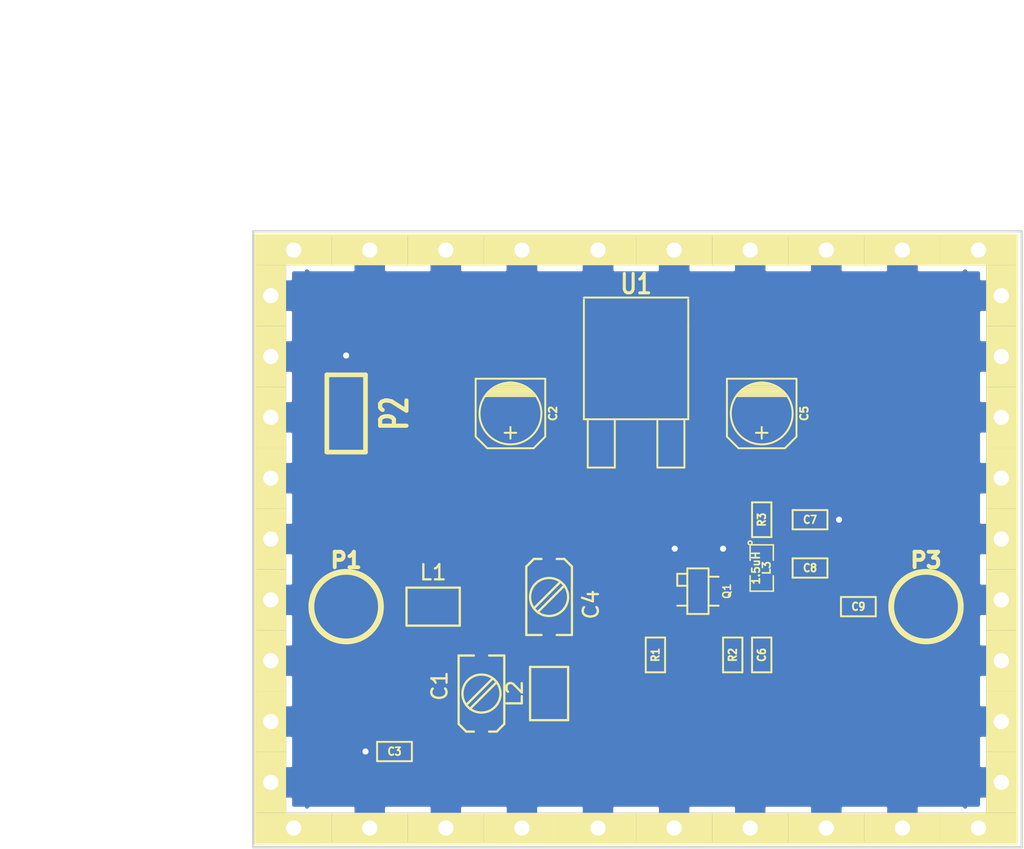
<source format=kicad_pcb>
(kicad_pcb (version 4) (host pcbnew 4.0.6)

  (general
    (links 67)
    (no_connects 20)
    (area 95.150001 67.3 162.575001 122.575001)
    (thickness 1.6)
    (drawings 7)
    (tracks 84)
    (zones 0)
    (modules 21)
    (nets 13)
  )

  (page A4)
  (layers
    (0 F.Cu signal)
    (31 B.Cu signal)
    (32 B.Adhes user)
    (33 F.Adhes user)
    (34 B.Paste user)
    (35 F.Paste user)
    (36 B.SilkS user)
    (37 F.SilkS user)
    (38 B.Mask user)
    (39 F.Mask user)
    (40 Dwgs.User user)
    (41 Cmts.User user)
    (42 Eco1.User user)
    (43 Eco2.User user)
    (44 Edge.Cuts user)
    (45 Margin user)
    (46 B.CrtYd user)
    (47 F.CrtYd user)
    (48 B.Fab user)
    (49 F.Fab user)
  )

  (setup
    (last_trace_width 0.25)
    (user_trace_width 0.5)
    (user_trace_width 0.75)
    (user_trace_width 1)
    (user_trace_width 1.5)
    (user_trace_width 2.185)
    (trace_clearance 0.2)
    (zone_clearance 0.4)
    (zone_45_only no)
    (trace_min 0.2)
    (segment_width 0.2)
    (edge_width 0.15)
    (via_size 0.6)
    (via_drill 0.4)
    (via_min_size 0.6)
    (via_min_drill 0.2)
    (user_via 0.6 0.2)
    (uvia_size 0.3)
    (uvia_drill 0.1)
    (uvias_allowed no)
    (uvia_min_size 0.2)
    (uvia_min_drill 0.1)
    (pcb_text_width 0.3)
    (pcb_text_size 1.5 1.5)
    (mod_edge_width 0.15)
    (mod_text_size 1 1)
    (mod_text_width 0.15)
    (pad_size 2 2)
    (pad_drill 0)
    (pad_to_mask_clearance 0.2)
    (aux_axis_origin 0 0)
    (visible_elements FFFFFF7F)
    (pcbplotparams
      (layerselection 0x00030_80000001)
      (usegerberextensions false)
      (excludeedgelayer true)
      (linewidth 0.100000)
      (plotframeref false)
      (viasonmask false)
      (mode 1)
      (useauxorigin false)
      (hpglpennumber 1)
      (hpglpenspeed 20)
      (hpglpendiameter 15)
      (hpglpenoverlay 2)
      (psnegative false)
      (psa4output false)
      (plotreference true)
      (plotvalue true)
      (plotinvisibletext false)
      (padsonsilk false)
      (subtractmaskfromsilk false)
      (outputformat 1)
      (mirror false)
      (drillshape 0)
      (scaleselection 1)
      (outputdirectory gerber/))
  )

  (net 0 "")
  (net 1 "Net-(C1-Pad2)")
  (net 2 "Net-(C1-Pad1)")
  (net 3 "Net-(C2-Pad1)")
  (net 4 GND)
  (net 5 "Net-(C4-Pad1)")
  (net 6 VCC)
  (net 7 "Net-(C6-Pad1)")
  (net 8 "Net-(C6-Pad2)")
  (net 9 "Net-(C8-Pad2)")
  (net 10 "Net-(C9-Pad1)")
  (net 11 "Net-(C4-Pad2)")
  (net 12 "Net-(L1-Pad1)")

  (net_class Default "This is the default net class."
    (clearance 0.2)
    (trace_width 0.25)
    (via_dia 0.6)
    (via_drill 0.4)
    (uvia_dia 0.3)
    (uvia_drill 0.1)
    (add_net GND)
    (add_net "Net-(C1-Pad1)")
    (add_net "Net-(C1-Pad2)")
    (add_net "Net-(C2-Pad1)")
    (add_net "Net-(C4-Pad1)")
    (add_net "Net-(C4-Pad2)")
    (add_net "Net-(C6-Pad1)")
    (add_net "Net-(C6-Pad2)")
    (add_net "Net-(C8-Pad2)")
    (add_net "Net-(C9-Pad1)")
    (add_net "Net-(L1-Pad1)")
    (add_net VCC)
  )

  (module rfshield:Shield (layer F.Cu) (tedit 56AF1154) (tstamp 56AE8775)
    (at 137.16 102.235)
    (path /56AE7F5C)
    (fp_text reference P4 (at 0 0.5) (layer F.SilkS) hide
      (effects (font (size 1 1) (thickness 0.15)))
    )
    (fp_text value CONN_1 (at -38.735 -1.27) (layer F.Fab) hide
      (effects (font (size 1 1) (thickness 0.15)))
    )
    (fp_line (start -25 -20) (end 25 -20) (layer F.SilkS) (width 0.15))
    (fp_line (start 25 -20) (end 25 20) (layer F.SilkS) (width 0.15))
    (fp_line (start 25 20) (end -25 20) (layer F.SilkS) (width 0.15))
    (fp_line (start -25 20) (end -25 -20) (layer F.SilkS) (width 0.15))
    (pad 1 thru_hole rect (at 24 -16) (size 2 4) (drill 1) (layers *.Cu *.Mask F.SilkS)
      (net 4 GND))
    (pad 1 thru_hole rect (at 24 -12) (size 2 4) (drill 1) (layers *.Cu *.Mask F.SilkS)
      (net 4 GND))
    (pad 1 thru_hole rect (at 24 -8) (size 2 4) (drill 1) (layers *.Cu *.Mask F.SilkS)
      (net 4 GND))
    (pad 1 thru_hole rect (at 24 -4) (size 2 4) (drill 1) (layers *.Cu *.Mask F.SilkS)
      (net 4 GND))
    (pad 1 thru_hole rect (at 24 0) (size 2 4) (drill 1) (layers *.Cu *.Mask F.SilkS)
      (net 4 GND))
    (pad 1 thru_hole rect (at 24 4) (size 2 4) (drill 1) (layers *.Cu *.Mask F.SilkS)
      (net 4 GND))
    (pad 1 thru_hole rect (at 24 8) (size 2 4) (drill 1) (layers *.Cu *.Mask F.SilkS)
      (net 4 GND))
    (pad 1 thru_hole rect (at 24 12) (size 2 4) (drill 1) (layers *.Cu *.Mask F.SilkS)
      (net 4 GND))
    (pad 1 thru_hole rect (at 24 16) (size 2 4) (drill 1) (layers *.Cu *.Mask F.SilkS)
      (net 4 GND))
    (pad 1 thru_hole rect (at -24 16) (size 2 4) (drill 1) (layers *.Cu *.Mask F.SilkS)
      (net 4 GND))
    (pad 1 thru_hole rect (at -24 12) (size 2 4) (drill 1) (layers *.Cu *.Mask F.SilkS)
      (net 4 GND))
    (pad 1 thru_hole rect (at -24 8) (size 2 4) (drill 1) (layers *.Cu *.Mask F.SilkS)
      (net 4 GND))
    (pad 1 thru_hole rect (at -24 4) (size 2 4) (drill 1) (layers *.Cu *.Mask F.SilkS)
      (net 4 GND))
    (pad 1 thru_hole rect (at -24 0) (size 2 4) (drill 1) (layers *.Cu *.Mask F.SilkS)
      (net 4 GND))
    (pad 1 thru_hole rect (at -24 -4) (size 2 4) (drill 1) (layers *.Cu *.Mask F.SilkS)
      (net 4 GND))
    (pad 1 thru_hole rect (at -24 -8) (size 2 4) (drill 1) (layers *.Cu *.Mask F.SilkS)
      (net 4 GND))
    (pad 1 thru_hole rect (at -24 -12) (size 2 4) (drill 1) (layers *.Cu *.Mask F.SilkS)
      (net 4 GND))
    (pad 1 thru_hole rect (at -22.5 19) (size 5 2) (drill 1) (layers *.Cu *.Mask F.SilkS)
      (net 4 GND))
    (pad 1 thru_hole rect (at -17.5 19) (size 5 2) (drill 1) (layers *.Cu *.Mask F.SilkS)
      (net 4 GND))
    (pad 1 thru_hole rect (at -12.5 19) (size 5 2) (drill 1) (layers *.Cu *.Mask F.SilkS)
      (net 4 GND))
    (pad 1 thru_hole rect (at -7.5 19) (size 5 2) (drill 1) (layers *.Cu *.Mask F.SilkS)
      (net 4 GND))
    (pad 1 thru_hole rect (at -2.5 19) (size 5 2) (drill 1) (layers *.Cu *.Mask F.SilkS)
      (net 4 GND))
    (pad 1 thru_hole rect (at 2.5 19) (size 5 2) (drill 1) (layers *.Cu *.Mask F.SilkS)
      (net 4 GND))
    (pad 1 thru_hole rect (at 7.5 19) (size 5 2) (drill 1) (layers *.Cu *.Mask F.SilkS)
      (net 4 GND))
    (pad 1 thru_hole rect (at 12.5 19) (size 5 2) (drill 1) (layers *.Cu *.Mask F.SilkS)
      (net 4 GND))
    (pad 1 thru_hole rect (at 17.5 19) (size 5 2) (drill 1) (layers *.Cu *.Mask F.SilkS)
      (net 4 GND))
    (pad 1 thru_hole rect (at 22.5 19) (size 5 2) (drill 1) (layers *.Cu *.Mask F.SilkS)
      (net 4 GND))
    (pad 1 thru_hole rect (at 22.5 -19) (size 5 2) (drill 1) (layers *.Cu *.Mask F.SilkS)
      (net 4 GND))
    (pad 1 thru_hole rect (at 17.5 -19) (size 5 2) (drill 1) (layers *.Cu *.Mask F.SilkS)
      (net 4 GND))
    (pad 1 thru_hole rect (at 12.5 -19) (size 5 2) (drill 1) (layers *.Cu *.Mask F.SilkS)
      (net 4 GND))
    (pad 1 thru_hole rect (at 7.5 -19) (size 5 2) (drill 1) (layers *.Cu *.Mask F.SilkS)
      (net 4 GND))
    (pad 1 thru_hole rect (at 2.5 -19) (size 5 2) (drill 1) (layers *.Cu *.Mask F.SilkS)
      (net 4 GND))
    (pad 1 thru_hole rect (at -2.5 -19) (size 5 2) (drill 1) (layers *.Cu *.Mask F.SilkS)
      (net 4 GND))
    (pad 1 thru_hole rect (at -7.5 -19) (size 5 2) (drill 1) (layers *.Cu *.Mask F.SilkS)
      (net 4 GND))
    (pad 1 thru_hole rect (at -12.5 -19) (size 5 2) (drill 1) (layers *.Cu *.Mask F.SilkS)
      (net 4 GND))
    (pad 1 thru_hole rect (at -17.5 -19) (size 5 2) (drill 1) (layers *.Cu *.Mask F.SilkS)
      (net 4 GND))
    (pad 1 thru_hole rect (at -22.5 -19) (size 5 2) (drill 1) (layers *.Cu *.Mask F.SilkS)
      (net 4 GND))
    (pad 1 thru_hole rect (at -24 -16) (size 2 4) (drill 1) (layers *.Cu *.Mask F.SilkS)
      (net 4 GND))
  )

  (module tzc3:TZC3 (layer F.Cu) (tedit 56AF7283) (tstamp 56AD4893)
    (at 127 112.395 90)
    (path /56AD345C)
    (fp_text reference C1 (at 0.5 -2.75 90) (layer F.SilkS)
      (effects (font (size 1 1) (thickness 0.15)))
    )
    (fp_text value 2-10pF (at 0.5 -4.25 90) (layer F.Fab) hide
      (effects (font (size 1 1) (thickness 0.15)))
    )
    (fp_line (start -0.75 -1) (end 1 0.75) (layer F.SilkS) (width 0.15))
    (fp_line (start -1 -0.75) (end 0.75 1) (layer F.SilkS) (width 0.15))
    (fp_circle (center 0 0) (end 0 -1.25) (layer F.SilkS) (width 0.15))
    (fp_line (start -2.5 0.5) (end -2.5 1) (layer F.SilkS) (width 0.15))
    (fp_line (start -2.5 1) (end -2 1.5) (layer F.SilkS) (width 0.15))
    (fp_line (start -2 1.5) (end 2.5 1.5) (layer F.SilkS) (width 0.15))
    (fp_line (start 2.5 1.5) (end 2.5 0.5) (layer F.SilkS) (width 0.15))
    (fp_line (start -2.5 -0.5) (end -2.5 -1) (layer F.SilkS) (width 0.15))
    (fp_line (start -2.5 -1) (end -2 -1.5) (layer F.SilkS) (width 0.15))
    (fp_line (start -2 -1.5) (end 2.5 -1.5) (layer F.SilkS) (width 0.15))
    (fp_line (start 2.5 -1.5) (end 2.5 -0.5) (layer F.SilkS) (width 0.15))
    (pad 2 smd rect (at 2.25 0 90) (size 1.2 1) (layers F.Cu F.Paste F.Mask)
      (net 1 "Net-(C1-Pad2)"))
    (pad 1 smd rect (at -2.25 0 90) (size 1.2 1) (layers F.Cu F.Paste F.Mask)
      (net 2 "Net-(C1-Pad1)"))
  )

  (module smd_capacitors:c_elec_4x4.5 (layer F.Cu) (tedit 49F5A3C5) (tstamp 56AD4899)
    (at 128.905 93.98 270)
    (descr "SMT capacitor, aluminium electrolytic, 4x4.5")
    (path /56AD539C)
    (fp_text reference C2 (at 0 -2.794 270) (layer F.SilkS)
      (effects (font (size 0.50038 0.50038) (thickness 0.11938)))
    )
    (fp_text value 1uF (at 0 2.794 270) (layer F.SilkS) hide
      (effects (font (size 0.50038 0.50038) (thickness 0.11938)))
    )
    (fp_line (start 1.651 0) (end 0.889 0) (layer F.SilkS) (width 0.127))
    (fp_line (start 1.27 -0.381) (end 1.27 0.381) (layer F.SilkS) (width 0.127))
    (fp_line (start 1.524 2.286) (end -2.286 2.286) (layer F.SilkS) (width 0.127))
    (fp_line (start 2.286 -1.524) (end 2.286 1.524) (layer F.SilkS) (width 0.127))
    (fp_line (start 1.524 2.286) (end 2.286 1.524) (layer F.SilkS) (width 0.127))
    (fp_line (start 1.524 -2.286) (end -2.286 -2.286) (layer F.SilkS) (width 0.127))
    (fp_line (start 1.524 -2.286) (end 2.286 -1.524) (layer F.SilkS) (width 0.127))
    (fp_line (start -2.032 0.127) (end -2.032 -0.127) (layer F.SilkS) (width 0.127))
    (fp_line (start -1.905 -0.635) (end -1.905 0.635) (layer F.SilkS) (width 0.127))
    (fp_line (start -1.778 0.889) (end -1.778 -0.889) (layer F.SilkS) (width 0.127))
    (fp_line (start -1.651 1.143) (end -1.651 -1.143) (layer F.SilkS) (width 0.127))
    (fp_line (start -1.524 -1.27) (end -1.524 1.27) (layer F.SilkS) (width 0.127))
    (fp_line (start -1.397 1.397) (end -1.397 -1.397) (layer F.SilkS) (width 0.127))
    (fp_line (start -1.27 -1.524) (end -1.27 1.524) (layer F.SilkS) (width 0.127))
    (fp_line (start -1.143 -1.651) (end -1.143 1.651) (layer F.SilkS) (width 0.127))
    (fp_circle (center 0 0) (end -2.032 0) (layer F.SilkS) (width 0.127))
    (fp_line (start -2.286 -2.286) (end -2.286 2.286) (layer F.SilkS) (width 0.127))
    (pad 1 smd rect (at 1.80086 0 270) (size 2.60096 1.6002) (layers F.Cu F.Paste F.Mask)
      (net 3 "Net-(C2-Pad1)"))
    (pad 2 smd rect (at -1.80086 0 270) (size 2.60096 1.6002) (layers F.Cu F.Paste F.Mask)
      (net 4 GND))
    (model smd/capacitors/c_elec_4x4_5.wrl
      (at (xyz 0 0 0))
      (scale (xyz 1 1 1))
      (rotate (xyz 0 0 0))
    )
  )

  (module libcms:SM0603 (layer F.Cu) (tedit 4E43A3D1) (tstamp 56AD489F)
    (at 121.285 116.205 180)
    (path /56AD3650)
    (attr smd)
    (fp_text reference C3 (at 0 0 180) (layer F.SilkS)
      (effects (font (size 0.508 0.4572) (thickness 0.1143)))
    )
    (fp_text value 33pF (at 0 0 180) (layer F.SilkS) hide
      (effects (font (size 0.508 0.4572) (thickness 0.1143)))
    )
    (fp_line (start -1.143 -0.635) (end 1.143 -0.635) (layer F.SilkS) (width 0.127))
    (fp_line (start 1.143 -0.635) (end 1.143 0.635) (layer F.SilkS) (width 0.127))
    (fp_line (start 1.143 0.635) (end -1.143 0.635) (layer F.SilkS) (width 0.127))
    (fp_line (start -1.143 0.635) (end -1.143 -0.635) (layer F.SilkS) (width 0.127))
    (pad 1 smd rect (at -0.762 0 180) (size 0.635 1.143) (layers F.Cu F.Paste F.Mask)
      (net 2 "Net-(C1-Pad1)"))
    (pad 2 smd rect (at 0.762 0 180) (size 0.635 1.143) (layers F.Cu F.Paste F.Mask)
      (net 4 GND))
    (model smd\resistors\R0603.wrl
      (at (xyz 0 0 0.001))
      (scale (xyz 0.5 0.5 0.5))
      (rotate (xyz 0 0 0))
    )
  )

  (module tzc3:TZC3 (layer F.Cu) (tedit 56AF7292) (tstamp 56AD48A5)
    (at 131.445 106.045 270)
    (path /56AD381A)
    (fp_text reference C4 (at 0.5 -2.75 270) (layer F.SilkS)
      (effects (font (size 1 1) (thickness 0.15)))
    )
    (fp_text value 2-10pf (at 0.5 -4.25 270) (layer F.Fab) hide
      (effects (font (size 1 1) (thickness 0.15)))
    )
    (fp_line (start -0.75 -1) (end 1 0.75) (layer F.SilkS) (width 0.15))
    (fp_line (start -1 -0.75) (end 0.75 1) (layer F.SilkS) (width 0.15))
    (fp_circle (center 0 0) (end 0 -1.25) (layer F.SilkS) (width 0.15))
    (fp_line (start -2.5 0.5) (end -2.5 1) (layer F.SilkS) (width 0.15))
    (fp_line (start -2.5 1) (end -2 1.5) (layer F.SilkS) (width 0.15))
    (fp_line (start -2 1.5) (end 2.5 1.5) (layer F.SilkS) (width 0.15))
    (fp_line (start 2.5 1.5) (end 2.5 0.5) (layer F.SilkS) (width 0.15))
    (fp_line (start -2.5 -0.5) (end -2.5 -1) (layer F.SilkS) (width 0.15))
    (fp_line (start -2.5 -1) (end -2 -1.5) (layer F.SilkS) (width 0.15))
    (fp_line (start -2 -1.5) (end 2.5 -1.5) (layer F.SilkS) (width 0.15))
    (fp_line (start 2.5 -1.5) (end 2.5 -0.5) (layer F.SilkS) (width 0.15))
    (pad 2 smd rect (at 2.25 0 270) (size 1.2 1) (layers F.Cu F.Paste F.Mask)
      (net 11 "Net-(C4-Pad2)"))
    (pad 1 smd rect (at -2.25 0 270) (size 1.2 1) (layers F.Cu F.Paste F.Mask)
      (net 5 "Net-(C4-Pad1)"))
  )

  (module smd_capacitors:c_elec_4x4.5 (layer F.Cu) (tedit 49F5A3C5) (tstamp 56AD48AB)
    (at 145.415 93.98 270)
    (descr "SMT capacitor, aluminium electrolytic, 4x4.5")
    (path /56AD5334)
    (fp_text reference C5 (at 0 -2.794 270) (layer F.SilkS)
      (effects (font (size 0.50038 0.50038) (thickness 0.11938)))
    )
    (fp_text value 1uF (at 0 2.794 270) (layer F.SilkS) hide
      (effects (font (size 0.50038 0.50038) (thickness 0.11938)))
    )
    (fp_line (start 1.651 0) (end 0.889 0) (layer F.SilkS) (width 0.127))
    (fp_line (start 1.27 -0.381) (end 1.27 0.381) (layer F.SilkS) (width 0.127))
    (fp_line (start 1.524 2.286) (end -2.286 2.286) (layer F.SilkS) (width 0.127))
    (fp_line (start 2.286 -1.524) (end 2.286 1.524) (layer F.SilkS) (width 0.127))
    (fp_line (start 1.524 2.286) (end 2.286 1.524) (layer F.SilkS) (width 0.127))
    (fp_line (start 1.524 -2.286) (end -2.286 -2.286) (layer F.SilkS) (width 0.127))
    (fp_line (start 1.524 -2.286) (end 2.286 -1.524) (layer F.SilkS) (width 0.127))
    (fp_line (start -2.032 0.127) (end -2.032 -0.127) (layer F.SilkS) (width 0.127))
    (fp_line (start -1.905 -0.635) (end -1.905 0.635) (layer F.SilkS) (width 0.127))
    (fp_line (start -1.778 0.889) (end -1.778 -0.889) (layer F.SilkS) (width 0.127))
    (fp_line (start -1.651 1.143) (end -1.651 -1.143) (layer F.SilkS) (width 0.127))
    (fp_line (start -1.524 -1.27) (end -1.524 1.27) (layer F.SilkS) (width 0.127))
    (fp_line (start -1.397 1.397) (end -1.397 -1.397) (layer F.SilkS) (width 0.127))
    (fp_line (start -1.27 -1.524) (end -1.27 1.524) (layer F.SilkS) (width 0.127))
    (fp_line (start -1.143 -1.651) (end -1.143 1.651) (layer F.SilkS) (width 0.127))
    (fp_circle (center 0 0) (end -2.032 0) (layer F.SilkS) (width 0.127))
    (fp_line (start -2.286 -2.286) (end -2.286 2.286) (layer F.SilkS) (width 0.127))
    (pad 1 smd rect (at 1.80086 0 270) (size 2.60096 1.6002) (layers F.Cu F.Paste F.Mask)
      (net 6 VCC))
    (pad 2 smd rect (at -1.80086 0 270) (size 2.60096 1.6002) (layers F.Cu F.Paste F.Mask)
      (net 4 GND))
    (model smd/capacitors/c_elec_4x4_5.wrl
      (at (xyz 0 0 0))
      (scale (xyz 1 1 1))
      (rotate (xyz 0 0 0))
    )
  )

  (module libcms:SM0603 (layer F.Cu) (tedit 56AD4D6B) (tstamp 56AD48B1)
    (at 145.415 109.855 90)
    (path /56AD3A08)
    (attr smd)
    (fp_text reference C6 (at 0 0 90) (layer F.SilkS)
      (effects (font (size 0.508 0.4572) (thickness 0.1143)))
    )
    (fp_text value 10nF (at 0 0 90) (layer F.SilkS) hide
      (effects (font (size 0.508 0.4572) (thickness 0.1143)))
    )
    (fp_line (start -1.143 -0.635) (end 1.143 -0.635) (layer F.SilkS) (width 0.127))
    (fp_line (start 1.143 -0.635) (end 1.143 0.635) (layer F.SilkS) (width 0.127))
    (fp_line (start 1.143 0.635) (end -1.143 0.635) (layer F.SilkS) (width 0.127))
    (fp_line (start -1.143 0.635) (end -1.143 -0.635) (layer F.SilkS) (width 0.127))
    (pad 1 smd rect (at -0.762 0 90) (size 0.635 1.143) (layers F.Cu F.Paste F.Mask)
      (net 7 "Net-(C6-Pad1)"))
    (pad 2 smd rect (at 0.762 0 90) (size 0.635 1.143) (layers F.Cu F.Paste F.Mask)
      (net 8 "Net-(C6-Pad2)"))
    (model smd\resistors\R0603.wrl
      (at (xyz 0 0 0.001))
      (scale (xyz 0.5 0.5 0.5))
      (rotate (xyz 0 0 0))
    )
  )

  (module libcms:SM0603 (layer F.Cu) (tedit 56AD4D77) (tstamp 56AD48B7)
    (at 148.59 100.965 180)
    (path /56AD4417)
    (attr smd)
    (fp_text reference C7 (at 0 0 180) (layer F.SilkS)
      (effects (font (size 0.508 0.4572) (thickness 0.1143)))
    )
    (fp_text value 20nF (at 0 0 180) (layer F.SilkS) hide
      (effects (font (size 0.508 0.4572) (thickness 0.1143)))
    )
    (fp_line (start -1.143 -0.635) (end 1.143 -0.635) (layer F.SilkS) (width 0.127))
    (fp_line (start 1.143 -0.635) (end 1.143 0.635) (layer F.SilkS) (width 0.127))
    (fp_line (start 1.143 0.635) (end -1.143 0.635) (layer F.SilkS) (width 0.127))
    (fp_line (start -1.143 0.635) (end -1.143 -0.635) (layer F.SilkS) (width 0.127))
    (pad 1 smd rect (at -0.762 0 180) (size 0.635 1.143) (layers F.Cu F.Paste F.Mask)
      (net 4 GND))
    (pad 2 smd rect (at 0.762 0 180) (size 0.635 1.143) (layers F.Cu F.Paste F.Mask)
      (net 6 VCC))
    (model smd\resistors\R0603.wrl
      (at (xyz 0 0 0.001))
      (scale (xyz 0.5 0.5 0.5))
      (rotate (xyz 0 0 0))
    )
  )

  (module libcms:SM0603 (layer F.Cu) (tedit 56AD4D22) (tstamp 56AD48BD)
    (at 148.59 104.14 180)
    (path /56AD4323)
    (attr smd)
    (fp_text reference C8 (at 0 0 180) (layer F.SilkS)
      (effects (font (size 0.508 0.4572) (thickness 0.1143)))
    )
    (fp_text value 680pF (at 0 0 180) (layer F.SilkS) hide
      (effects (font (size 0.508 0.4572) (thickness 0.1143)))
    )
    (fp_line (start -1.143 -0.635) (end 1.143 -0.635) (layer F.SilkS) (width 0.127))
    (fp_line (start 1.143 -0.635) (end 1.143 0.635) (layer F.SilkS) (width 0.127))
    (fp_line (start 1.143 0.635) (end -1.143 0.635) (layer F.SilkS) (width 0.127))
    (fp_line (start -1.143 0.635) (end -1.143 -0.635) (layer F.SilkS) (width 0.127))
    (pad 1 smd rect (at -0.762 0 180) (size 0.635 1.143) (layers F.Cu F.Paste F.Mask)
      (net 4 GND))
    (pad 2 smd rect (at 0.762 0 180) (size 0.635 1.143) (layers F.Cu F.Paste F.Mask)
      (net 9 "Net-(C8-Pad2)"))
    (model smd\resistors\R0603.wrl
      (at (xyz 0 0 0.001))
      (scale (xyz 0.5 0.5 0.5))
      (rotate (xyz 0 0 0))
    )
  )

  (module libcms:SM0603 (layer F.Cu) (tedit 4E43A3D1) (tstamp 56AD48C3)
    (at 151.765 106.68 180)
    (path /56AD412D)
    (attr smd)
    (fp_text reference C9 (at 0 0 180) (layer F.SilkS)
      (effects (font (size 0.508 0.4572) (thickness 0.1143)))
    )
    (fp_text value 6.8pF (at 0 0 180) (layer F.SilkS) hide
      (effects (font (size 0.508 0.4572) (thickness 0.1143)))
    )
    (fp_line (start -1.143 -0.635) (end 1.143 -0.635) (layer F.SilkS) (width 0.127))
    (fp_line (start 1.143 -0.635) (end 1.143 0.635) (layer F.SilkS) (width 0.127))
    (fp_line (start 1.143 0.635) (end -1.143 0.635) (layer F.SilkS) (width 0.127))
    (fp_line (start -1.143 0.635) (end -1.143 -0.635) (layer F.SilkS) (width 0.127))
    (pad 1 smd rect (at -0.762 0 180) (size 0.635 1.143) (layers F.Cu F.Paste F.Mask)
      (net 10 "Net-(C9-Pad1)"))
    (pad 2 smd rect (at 0.762 0 180) (size 0.635 1.143) (layers F.Cu F.Paste F.Mask)
      (net 8 "Net-(C6-Pad2)"))
    (model smd\resistors\R0603.wrl
      (at (xyz 0 0 0.001))
      (scale (xyz 0.5 0.5 0.5))
      (rotate (xyz 0 0 0))
    )
  )

  (module SM1008:SM1008 (layer F.Cu) (tedit 56AF729D) (tstamp 56AD48C9)
    (at 123.825 106.68)
    (path /56AD3311)
    (fp_text reference L1 (at 0 -2.25) (layer F.SilkS)
      (effects (font (size 1 1) (thickness 0.15)))
    )
    (fp_text value 470nH (at 0 -3.75) (layer F.Fab) hide
      (effects (font (size 1 1) (thickness 0.15)))
    )
    (fp_line (start -1.75 -1.25) (end 1.75 -1.25) (layer F.SilkS) (width 0.15))
    (fp_line (start 1.75 -1.25) (end 1.75 1.25) (layer F.SilkS) (width 0.15))
    (fp_line (start 1.75 1.25) (end -1.75 1.25) (layer F.SilkS) (width 0.15))
    (fp_line (start -1.75 1.25) (end -1.75 -1.25) (layer F.SilkS) (width 0.15))
    (pad 2 smd rect (at 1.135 0) (size 1.1 2.54) (layers F.Cu F.Paste F.Mask)
      (net 1 "Net-(C1-Pad2)"))
    (pad 1 smd rect (at -1.135 0) (size 1.1 2.54) (layers F.Cu F.Paste F.Mask)
      (net 12 "Net-(L1-Pad1)"))
  )

  (module SM1008:SM1008 (layer F.Cu) (tedit 56AF7289) (tstamp 56AD48CF)
    (at 131.445 112.395 90)
    (path /56AD3814)
    (fp_text reference L2 (at 0 -2.25 90) (layer F.SilkS)
      (effects (font (size 1 1) (thickness 0.15)))
    )
    (fp_text value 470nH (at 0 -3.75 90) (layer F.Fab) hide
      (effects (font (size 1 1) (thickness 0.15)))
    )
    (fp_line (start -1.75 -1.25) (end 1.75 -1.25) (layer F.SilkS) (width 0.15))
    (fp_line (start 1.75 -1.25) (end 1.75 1.25) (layer F.SilkS) (width 0.15))
    (fp_line (start 1.75 1.25) (end -1.75 1.25) (layer F.SilkS) (width 0.15))
    (fp_line (start -1.75 1.25) (end -1.75 -1.25) (layer F.SilkS) (width 0.15))
    (pad 2 smd rect (at 1.135 0 90) (size 1.1 2.54) (layers F.Cu F.Paste F.Mask)
      (net 11 "Net-(C4-Pad2)"))
    (pad 1 smd rect (at -1.135 0 90) (size 1.1 2.54) (layers F.Cu F.Paste F.Mask)
      (net 2 "Net-(C1-Pad1)"))
  )

  (module libcms:SM0805 (layer F.Cu) (tedit 5091495C) (tstamp 56AD48D5)
    (at 145.415 104.14 270)
    (path /56AD3F42)
    (attr smd)
    (fp_text reference L3 (at 0 -0.3175 270) (layer F.SilkS)
      (effects (font (size 0.50038 0.50038) (thickness 0.10922)))
    )
    (fp_text value 1.5uH (at 0 0.381 270) (layer F.SilkS)
      (effects (font (size 0.50038 0.50038) (thickness 0.10922)))
    )
    (fp_circle (center -1.651 0.762) (end -1.651 0.635) (layer F.SilkS) (width 0.09906))
    (fp_line (start -0.508 0.762) (end -1.524 0.762) (layer F.SilkS) (width 0.09906))
    (fp_line (start -1.524 0.762) (end -1.524 -0.762) (layer F.SilkS) (width 0.09906))
    (fp_line (start -1.524 -0.762) (end -0.508 -0.762) (layer F.SilkS) (width 0.09906))
    (fp_line (start 0.508 -0.762) (end 1.524 -0.762) (layer F.SilkS) (width 0.09906))
    (fp_line (start 1.524 -0.762) (end 1.524 0.762) (layer F.SilkS) (width 0.09906))
    (fp_line (start 1.524 0.762) (end 0.508 0.762) (layer F.SilkS) (width 0.09906))
    (pad 1 smd rect (at -0.9525 0 270) (size 0.889 1.397) (layers F.Cu F.Paste F.Mask)
      (net 9 "Net-(C8-Pad2)"))
    (pad 2 smd rect (at 0.9525 0 270) (size 0.889 1.397) (layers F.Cu F.Paste F.Mask)
      (net 8 "Net-(C6-Pad2)"))
    (model smd/chip_cms.wrl
      (at (xyz 0 0 0))
      (scale (xyz 0.1 0.1 0.1))
      (rotate (xyz 0 0 0))
    )
  )

  (module connect:1pin (layer F.Cu) (tedit 56AF1290) (tstamp 56AD48DA)
    (at 118.11 106.68)
    (descr "module 1 pin (ou trou mecanique de percage)")
    (tags DEV)
    (path /56AD30C3)
    (fp_text reference P1 (at 0 -3.048) (layer F.SilkS)
      (effects (font (size 1.016 1.016) (thickness 0.254)))
    )
    (fp_text value CONN_1 (at 0 2.794) (layer F.SilkS) hide
      (effects (font (size 1.016 1.016) (thickness 0.254)))
    )
    (fp_circle (center 0 0) (end 0 -2.286) (layer F.SilkS) (width 0.381))
    (pad 1 smd circle (at 0 0) (size 2.5 2.5) (layers F.Cu F.Paste F.Mask)
      (net 12 "Net-(L1-Pad1)"))
  )

  (module connect:SIL-2 (layer F.Cu) (tedit 56AF72A9) (tstamp 56AD48E0)
    (at 118.11 93.98 270)
    (descr "Connecteurs 2 pins")
    (tags "CONN DEV")
    (path /56AD582D)
    (fp_text reference P2 (at 0 -3.175 270) (layer F.SilkS)
      (effects (font (size 1.72974 1.08712) (thickness 0.3048)))
    )
    (fp_text value CONN_2 (at 0 -2.54 270) (layer F.SilkS) hide
      (effects (font (size 1.524 1.016) (thickness 0.3048)))
    )
    (fp_line (start -2.54 1.27) (end -2.54 -1.27) (layer F.SilkS) (width 0.3048))
    (fp_line (start -2.54 -1.27) (end 2.54 -1.27) (layer F.SilkS) (width 0.3048))
    (fp_line (start 2.54 -1.27) (end 2.54 1.27) (layer F.SilkS) (width 0.3048))
    (fp_line (start 2.54 1.27) (end -2.54 1.27) (layer F.SilkS) (width 0.3048))
    (pad 1 smd rect (at -1.27 0 270) (size 2 2) (layers F.Cu F.Paste F.Mask)
      (net 4 GND))
    (pad 2 smd circle (at 1.27 0 270) (size 2 2) (layers F.Cu F.Paste F.Mask)
      (net 3 "Net-(C2-Pad1)"))
  )

  (module connect:1pin (layer F.Cu) (tedit 56AF1285) (tstamp 56AD48E5)
    (at 156.21 106.68)
    (descr "module 1 pin (ou trou mecanique de percage)")
    (tags DEV)
    (path /56AD4ED5)
    (fp_text reference P3 (at 0 -3.048) (layer F.SilkS)
      (effects (font (size 1.016 1.016) (thickness 0.254)))
    )
    (fp_text value CONN_1 (at 0 2.794) (layer F.SilkS) hide
      (effects (font (size 1.016 1.016) (thickness 0.254)))
    )
    (fp_circle (center 0 0) (end 0 -2.286) (layer F.SilkS) (width 0.381))
    (pad 1 smd circle (at 0 0) (size 2.5 2.5) (layers F.Cu F.Paste F.Mask)
      (net 10 "Net-(C9-Pad1)"))
  )

  (module libcms:SM0603 (layer F.Cu) (tedit 4E43A3D1) (tstamp 56AD48F3)
    (at 138.43 109.855 90)
    (path /56AD395C)
    (attr smd)
    (fp_text reference R1 (at 0 0 90) (layer F.SilkS)
      (effects (font (size 0.508 0.4572) (thickness 0.1143)))
    )
    (fp_text value 1k (at 0 0 90) (layer F.SilkS) hide
      (effects (font (size 0.508 0.4572) (thickness 0.1143)))
    )
    (fp_line (start -1.143 -0.635) (end 1.143 -0.635) (layer F.SilkS) (width 0.127))
    (fp_line (start 1.143 -0.635) (end 1.143 0.635) (layer F.SilkS) (width 0.127))
    (fp_line (start 1.143 0.635) (end -1.143 0.635) (layer F.SilkS) (width 0.127))
    (fp_line (start -1.143 0.635) (end -1.143 -0.635) (layer F.SilkS) (width 0.127))
    (pad 1 smd rect (at -0.762 0 90) (size 0.635 1.143) (layers F.Cu F.Paste F.Mask)
      (net 7 "Net-(C6-Pad1)"))
    (pad 2 smd rect (at 0.762 0 90) (size 0.635 1.143) (layers F.Cu F.Paste F.Mask)
      (net 5 "Net-(C4-Pad1)"))
    (model smd\resistors\R0603.wrl
      (at (xyz 0 0 0.001))
      (scale (xyz 0.5 0.5 0.5))
      (rotate (xyz 0 0 0))
    )
  )

  (module libcms:SM0603 (layer F.Cu) (tedit 56AD4D68) (tstamp 56AD48F9)
    (at 143.51 109.855 90)
    (path /56AD3C55)
    (attr smd)
    (fp_text reference R2 (at 0 0 90) (layer F.SilkS)
      (effects (font (size 0.508 0.4572) (thickness 0.1143)))
    )
    (fp_text value 47k (at 0 0 90) (layer F.SilkS) hide
      (effects (font (size 0.508 0.4572) (thickness 0.1143)))
    )
    (fp_line (start -1.143 -0.635) (end 1.143 -0.635) (layer F.SilkS) (width 0.127))
    (fp_line (start 1.143 -0.635) (end 1.143 0.635) (layer F.SilkS) (width 0.127))
    (fp_line (start 1.143 0.635) (end -1.143 0.635) (layer F.SilkS) (width 0.127))
    (fp_line (start -1.143 0.635) (end -1.143 -0.635) (layer F.SilkS) (width 0.127))
    (pad 1 smd rect (at -0.762 0 90) (size 0.635 1.143) (layers F.Cu F.Paste F.Mask)
      (net 7 "Net-(C6-Pad1)"))
    (pad 2 smd rect (at 0.762 0 90) (size 0.635 1.143) (layers F.Cu F.Paste F.Mask)
      (net 8 "Net-(C6-Pad2)"))
    (model smd\resistors\R0603.wrl
      (at (xyz 0 0 0.001))
      (scale (xyz 0.5 0.5 0.5))
      (rotate (xyz 0 0 0))
    )
  )

  (module libcms:SM0603 (layer F.Cu) (tedit 4E43A3D1) (tstamp 56AD48FF)
    (at 145.415 100.965 270)
    (path /56AD4269)
    (attr smd)
    (fp_text reference R3 (at 0 0 270) (layer F.SilkS)
      (effects (font (size 0.508 0.4572) (thickness 0.1143)))
    )
    (fp_text value 82 (at 0 0 270) (layer F.SilkS) hide
      (effects (font (size 0.508 0.4572) (thickness 0.1143)))
    )
    (fp_line (start -1.143 -0.635) (end 1.143 -0.635) (layer F.SilkS) (width 0.127))
    (fp_line (start 1.143 -0.635) (end 1.143 0.635) (layer F.SilkS) (width 0.127))
    (fp_line (start 1.143 0.635) (end -1.143 0.635) (layer F.SilkS) (width 0.127))
    (fp_line (start -1.143 0.635) (end -1.143 -0.635) (layer F.SilkS) (width 0.127))
    (pad 1 smd rect (at -0.762 0 270) (size 0.635 1.143) (layers F.Cu F.Paste F.Mask)
      (net 6 VCC))
    (pad 2 smd rect (at 0.762 0 270) (size 0.635 1.143) (layers F.Cu F.Paste F.Mask)
      (net 9 "Net-(C8-Pad2)"))
    (model smd\resistors\R0603.wrl
      (at (xyz 0 0 0.001))
      (scale (xyz 0.5 0.5 0.5))
      (rotate (xyz 0 0 0))
    )
  )

  (module libcms:DPAK2 (layer F.Cu) (tedit 56AF72B8) (tstamp 56AD4906)
    (at 137.16 95.885)
    (descr "MOS boitier DPACK G-D-S")
    (tags "CMD DPACK")
    (path /56AD502D)
    (attr smd)
    (fp_text reference U1 (at 0 -10.414) (layer F.SilkS)
      (effects (font (size 1.27 1.016) (thickness 0.2032)))
    )
    (fp_text value LM7810CT (at 0 -2.413) (layer F.SilkS) hide
      (effects (font (size 1.016 1.016) (thickness 0.2032)))
    )
    (fp_line (start 1.397 -1.524) (end 1.397 1.651) (layer F.SilkS) (width 0.127))
    (fp_line (start 1.397 1.651) (end 3.175 1.651) (layer F.SilkS) (width 0.127))
    (fp_line (start 3.175 1.651) (end 3.175 -1.524) (layer F.SilkS) (width 0.127))
    (fp_line (start -3.175 -1.524) (end -3.175 1.651) (layer F.SilkS) (width 0.127))
    (fp_line (start -3.175 1.651) (end -1.397 1.651) (layer F.SilkS) (width 0.127))
    (fp_line (start -1.397 1.651) (end -1.397 -1.524) (layer F.SilkS) (width 0.127))
    (fp_line (start 3.429 -7.62) (end 3.429 -1.524) (layer F.SilkS) (width 0.127))
    (fp_line (start 3.429 -1.524) (end -3.429 -1.524) (layer F.SilkS) (width 0.127))
    (fp_line (start -3.429 -1.524) (end -3.429 -9.398) (layer F.SilkS) (width 0.127))
    (fp_line (start -3.429 -9.525) (end 3.429 -9.525) (layer F.SilkS) (width 0.127))
    (fp_line (start 3.429 -9.398) (end 3.429 -7.62) (layer F.SilkS) (width 0.127))
    (pad 1 smd rect (at -2.286 0) (size 1.651 3.048) (layers F.Cu F.Paste F.Mask)
      (net 3 "Net-(C2-Pad1)"))
    (pad 2 smd rect (at 0 -6.35) (size 6.096 6.096) (layers F.Cu F.Paste F.Mask)
      (net 4 GND))
    (pad 3 smd rect (at 2.286 0) (size 1.651 3.048) (layers F.Cu F.Paste F.Mask)
      (net 6 VCC))
    (model smd/dpack_2.wrl
      (at (xyz 0 0 0))
      (scale (xyz 1 1 1))
      (rotate (xyz 0 0 0))
    )
  )

  (module bfg540w:sot143B (layer F.Cu) (tedit 56AF0F7B) (tstamp 56AF104D)
    (at 141.224 105.664 270)
    (descr SOT143B)
    (path /56AD3856)
    (fp_text reference Q1 (at 0 -1.905 270) (layer F.SilkS)
      (effects (font (size 0.50038 0.50038) (thickness 0.09906)))
    )
    (fp_text value BFG540W (at 0 0 270) (layer F.SilkS) hide
      (effects (font (size 0.50038 0.50038) (thickness 0.09906)))
    )
    (fp_line (start -1.143 1.3589) (end -0.3556 1.3589) (layer F.SilkS) (width 0.127))
    (fp_line (start -0.3556 0.6985) (end -0.3556 1.3589) (layer F.SilkS) (width 0.127))
    (fp_line (start -0.9525 -0.6985) (end -0.9525 -1.3589) (layer F.SilkS) (width 0.127))
    (fp_line (start 0.9525 0.6985) (end 0.9525 1.3589) (layer F.SilkS) (width 0.127))
    (fp_line (start -1.143 0.6985) (end -1.143 1.3589) (layer F.SilkS) (width 0.127))
    (fp_line (start 0.9525 -0.6985) (end 0.9525 -1.3589) (layer F.SilkS) (width 0.127))
    (fp_line (start -1.4986 -0.6985) (end 1.4986 -0.6985) (layer F.SilkS) (width 0.127))
    (fp_line (start 1.4986 -0.6985) (end 1.4986 0.6985) (layer F.SilkS) (width 0.127))
    (fp_line (start 1.4986 0.6985) (end -1.4986 0.6985) (layer F.SilkS) (width 0.127))
    (fp_line (start -1.4986 0.6985) (end -1.4986 -0.6985) (layer F.SilkS) (width 0.127))
    (pad 1 smd rect (at -0.75184 1.05664 270) (size 1.00076 1.00076) (layers F.Cu F.Paste F.Mask)
      (net 4 GND))
    (pad 3 smd rect (at 0.9525 -1.05664 270) (size 0.59944 1.00076) (layers F.Cu F.Paste F.Mask)
      (net 8 "Net-(C6-Pad2)"))
    (pad 2 smd rect (at 0.9525 1.05664 270) (size 0.59944 1.00076) (layers F.Cu F.Paste F.Mask)
      (net 5 "Net-(C4-Pad1)"))
    (pad 1 smd rect (at -0.9525 -1.05664 270) (size 0.59944 1.00076) (layers F.Cu F.Paste F.Mask)
      (net 4 GND))
    (model walter/smd_trans/sot143b.wrl
      (at (xyz 0 0 0))
      (scale (xyz 1 1 1))
      (rotate (xyz 0 0 0))
    )
  )

  (gr_line (start 118.11 106.68) (end 156.21 106.68) (angle 90) (layer Cmts.User) (width 0.2))
  (dimension 40.5 (width 0.3) (layer Cmts.User)
    (gr_text "40.500 mm" (at 101.65 102.25 270) (layer Cmts.User)
      (effects (font (size 1.5 1.5) (thickness 0.3)))
    )
    (feature1 (pts (xy 111 122.5) (xy 100.3 122.5)))
    (feature2 (pts (xy 111 82) (xy 100.3 82)))
    (crossbar (pts (xy 103 82) (xy 103 122.5)))
    (arrow1a (pts (xy 103 122.5) (xy 102.413579 121.373496)))
    (arrow1b (pts (xy 103 122.5) (xy 103.586421 121.373496)))
    (arrow2a (pts (xy 103 82) (xy 102.413579 83.126504)))
    (arrow2b (pts (xy 103 82) (xy 103.586421 83.126504)))
  )
  (dimension 50.5 (width 0.3) (layer Cmts.User)
    (gr_text "50.500 mm" (at 137.25 68.65) (layer Cmts.User)
      (effects (font (size 1.5 1.5) (thickness 0.3)))
    )
    (feature1 (pts (xy 162.5 81) (xy 162.5 67.3)))
    (feature2 (pts (xy 112 81) (xy 112 67.3)))
    (crossbar (pts (xy 112 70) (xy 162.5 70)))
    (arrow1a (pts (xy 162.5 70) (xy 161.373496 70.586421)))
    (arrow1b (pts (xy 162.5 70) (xy 161.373496 69.413579)))
    (arrow2a (pts (xy 112 70) (xy 113.126504 70.586421)))
    (arrow2b (pts (xy 112 70) (xy 113.126504 69.413579)))
  )
  (gr_line (start 162.5 122.5) (end 162.5 82) (angle 90) (layer Edge.Cuts) (width 0.15))
  (gr_line (start 112 122.5) (end 162.5 122.5) (angle 90) (layer Edge.Cuts) (width 0.15))
  (gr_line (start 112 82) (end 112 122.5) (angle 90) (layer Edge.Cuts) (width 0.15))
  (gr_line (start 162.5 82) (end 112 82) (angle 90) (layer Edge.Cuts) (width 0.15))

  (segment (start 127 110.145) (end 127 109.22) (width 1) (layer F.Cu) (net 1))
  (segment (start 127 106.68) (end 125.73 106.68) (width 2.185) (layer F.Cu) (net 1))
  (segment (start 127 109.22) (end 127 106.68) (width 2.185) (layer F.Cu) (net 1))
  (segment (start 124.96 106.68) (end 125.73 106.68) (width 0.75) (layer F.Cu) (net 1))
  (segment (start 125.73 106.68) (end 126.365 106.68) (width 0.75) (layer F.Cu) (net 1) (tstamp 56B271E3))
  (segment (start 127 114.645) (end 127 116.205) (width 0.75) (layer F.Cu) (net 2))
  (segment (start 127 116.205) (end 127 115.57) (width 0.75) (layer F.Cu) (net 2) (tstamp 56B27462))
  (segment (start 127 115.57) (end 127 116.205) (width 0.75) (layer F.Cu) (net 2) (tstamp 56B27464))
  (segment (start 131.445 116.205) (end 127 116.205) (width 2.185) (layer F.Cu) (net 2))
  (segment (start 127 116.205) (end 123.19 116.205) (width 2.185) (layer F.Cu) (net 2) (tstamp 56B27465))
  (segment (start 122.047 116.205) (end 123.19 116.205) (width 0.75) (layer F.Cu) (net 2))
  (segment (start 131.445 114.3) (end 131.445 113.53) (width 0.75) (layer F.Cu) (net 2))
  (segment (start 131.445 116.205) (end 131.445 114.3) (width 2.185) (layer F.Cu) (net 2))
  (segment (start 131.445 113.53) (end 131.445 113.665) (width 0.75) (layer F.Cu) (net 2))
  (segment (start 128.905 95.78086) (end 128.905 99.06) (width 1.5) (layer F.Cu) (net 3))
  (segment (start 134.874 95.885) (end 134.874 98.171) (width 1.5) (layer F.Cu) (net 3))
  (segment (start 133.985 99.06) (end 128.905 99.06) (width 1.5) (layer F.Cu) (net 3) (tstamp 56AF121A))
  (segment (start 128.905 99.06) (end 128.27 99.06) (width 1.5) (layer F.Cu) (net 3) (tstamp 56AF1271))
  (segment (start 119.38 99.06) (end 128.27 99.06) (width 1.5) (layer F.Cu) (net 3) (tstamp 56AF1214))
  (segment (start 118.11 97.79) (end 118.11 95.25) (width 1.5) (layer F.Cu) (net 3) (status 20))
  (segment (start 118.11 97.79) (end 119.38 99.06) (width 1.5) (layer F.Cu) (net 3) (tstamp 56AF1213))
  (segment (start 134.874 98.171) (end 133.985 99.06) (width 1.5) (layer F.Cu) (net 3) (tstamp 56AF1219))
  (segment (start 134.62 96.139) (end 134.874 95.885) (width 0.75) (layer F.Cu) (net 3) (tstamp 56AF120F))
  (via (at 118.11 90.17) (size 0.6) (drill 0.4) (layers F.Cu B.Cu) (net 4))
  (segment (start 118.11 92.71) (end 118.11 90.17) (width 0.75) (layer F.Cu) (net 4))
  (via (at 119.38 116.205) (size 0.6) (drill 0.4) (layers F.Cu B.Cu) (net 4))
  (segment (start 119.38 116.205) (end 120.523 116.205) (width 0.75) (layer F.Cu) (net 4))
  (segment (start 142.28064 104.7115) (end 142.28064 103.46436) (width 0.75) (layer F.Cu) (net 4))
  (via (at 142.875 102.87) (size 0.6) (drill 0.4) (layers F.Cu B.Cu) (net 4))
  (segment (start 142.28064 103.46436) (end 142.875 102.87) (width 0.75) (layer F.Cu) (net 4) (tstamp 56B277DE))
  (via (at 139.7 102.87) (size 0.6) (drill 0.4) (layers F.Cu B.Cu) (net 4))
  (segment (start 139.7 102.87) (end 140.16736 103.33736) (width 0.75) (layer F.Cu) (net 4) (tstamp 56B277D7))
  (segment (start 140.16736 103.33736) (end 140.16736 104.91216) (width 0.75) (layer F.Cu) (net 4))
  (segment (start 149.352 100.965) (end 150.495 100.965) (width 0.75) (layer F.Cu) (net 4))
  (via (at 150.495 100.965) (size 0.6) (drill 0.4) (layers F.Cu B.Cu) (net 4))
  (segment (start 149.352 100.965) (end 149.352 102.235) (width 0.75) (layer F.Cu) (net 4))
  (segment (start 149.352 102.235) (end 149.352 104.14) (width 0.75) (layer F.Cu) (net 4) (tstamp 56B277CA))
  (segment (start 120.523 116.205) (end 119.38 116.205) (width 0.75) (layer F.Cu) (net 4))
  (segment (start 138.43 109.093) (end 138.43 107.315) (width 0.75) (layer F.Cu) (net 5))
  (segment (start 138.43 107.315) (end 137.795 106.68) (width 0.75) (layer F.Cu) (net 5) (tstamp 56B27638))
  (segment (start 140.16736 106.6165) (end 139.1285 106.6165) (width 0.75) (layer F.Cu) (net 5))
  (segment (start 131.445 102.235) (end 133.35 102.235) (width 2.185) (layer F.Cu) (net 5))
  (segment (start 131.445 102.235) (end 131.445 103.795) (width 0.75) (layer F.Cu) (net 5))
  (segment (start 133.35 102.235) (end 137.795 106.68) (width 2.185) (layer F.Cu) (net 5) (tstamp 56B27608))
  (segment (start 139.065 106.68) (end 137.795 106.68) (width 2.185) (layer F.Cu) (net 5))
  (segment (start 139.1285 106.6165) (end 139.065 106.68) (width 0.75) (layer F.Cu) (net 5) (tstamp 56B2761D))
  (segment (start 145.415 100.203) (end 145.415 99.06) (width 0.75) (layer F.Cu) (net 6))
  (segment (start 145.415 95.78086) (end 145.415 99.06) (width 1.5) (layer F.Cu) (net 6))
  (segment (start 145.415 100.203) (end 146.558 100.203) (width 0.75) (layer F.Cu) (net 6))
  (segment (start 147.32 100.965) (end 147.828 100.965) (width 0.75) (layer F.Cu) (net 6) (tstamp 56B277B6))
  (segment (start 146.558 100.203) (end 147.32 100.965) (width 0.75) (layer F.Cu) (net 6) (tstamp 56B277B5))
  (segment (start 139.446 95.885) (end 139.446 98.171) (width 1.5) (layer F.Cu) (net 6))
  (segment (start 140.335 99.06) (end 142.24 99.06) (width 1.5) (layer F.Cu) (net 6) (tstamp 56AF1224))
  (segment (start 139.446 98.171) (end 140.335 99.06) (width 1.5) (layer F.Cu) (net 6) (tstamp 56AF1223))
  (segment (start 145.415 99.06) (end 142.24 99.06) (width 1.5) (layer F.Cu) (net 6))
  (segment (start 142.24 99.06) (end 141.605 99.06) (width 0.75) (layer F.Cu) (net 6) (tstamp 56AF1227))
  (segment (start 138.43 110.617) (end 143.51 110.617) (width 0.75) (layer F.Cu) (net 7))
  (segment (start 139.065 110.617) (end 143.51 110.617) (width 0.75) (layer F.Cu) (net 7))
  (segment (start 143.51 110.617) (end 145.415 110.617) (width 0.75) (layer F.Cu) (net 7) (status 20))
  (segment (start 145.415 105.0925) (end 145.415 105.9815) (width 0.75) (layer F.Cu) (net 8))
  (segment (start 145.415 105.9815) (end 144.78 106.6165) (width 0.75) (layer F.Cu) (net 8) (tstamp 56B27799))
  (segment (start 143.51 106.6165) (end 143.51 109.093) (width 0.75) (layer F.Cu) (net 8))
  (segment (start 144.78 106.6165) (end 144.78 106.045) (width 0.75) (layer F.Cu) (net 8) (tstamp 56B27676))
  (segment (start 144.78 106.045) (end 144.78 106.6165) (width 0.75) (layer F.Cu) (net 8) (tstamp 56B27678))
  (segment (start 151.003 106.68) (end 149.86 106.68) (width 0.75) (layer F.Cu) (net 8))
  (segment (start 149.86 106.68) (end 149.7965 106.6165) (width 0.75) (layer F.Cu) (net 8) (tstamp 56B2766F))
  (segment (start 143.4465 106.6165) (end 143.51 106.6165) (width 2.185) (layer F.Cu) (net 8))
  (segment (start 143.51 106.6165) (end 144.78 106.6165) (width 2.185) (layer F.Cu) (net 8) (tstamp 56B27795))
  (segment (start 144.78 106.6165) (end 149.7965 106.6165) (width 2.185) (layer F.Cu) (net 8) (tstamp 56B27679))
  (segment (start 149.7965 106.6165) (end 149.86 106.68) (width 2.185) (layer F.Cu) (net 8) (tstamp 56B27661))
  (segment (start 142.28064 106.6165) (end 143.4465 106.6165) (width 0.75) (layer F.Cu) (net 8))
  (segment (start 143.4465 106.6165) (end 143.51 106.68) (width 0.75) (layer F.Cu) (net 8) (tstamp 56B27654))
  (segment (start 143.51 109.093) (end 145.415 109.093) (width 0.75) (layer F.Cu) (net 8) (status 20))
  (segment (start 145.415 103.1875) (end 146.3675 103.1875) (width 0.75) (layer F.Cu) (net 9))
  (segment (start 147.32 104.14) (end 147.828 104.14) (width 0.75) (layer F.Cu) (net 9) (tstamp 56B277C5))
  (segment (start 146.3675 103.1875) (end 147.32 104.14) (width 0.75) (layer F.Cu) (net 9) (tstamp 56B277C4))
  (segment (start 145.415 103.1875) (end 145.415 101.727) (width 0.75) (layer F.Cu) (net 9))
  (segment (start 152.527 106.68) (end 153.67 106.68) (width 0.75) (layer F.Cu) (net 10))
  (segment (start 153.67 106.68) (end 156.21 106.68) (width 2.185) (layer F.Cu) (net 10))
  (segment (start 131.445 108.295) (end 131.445 111.26) (width 1) (layer F.Cu) (net 11))
  (segment (start 131.445 109.22) (end 131.445 110.49) (width 2.185) (layer F.Cu) (net 11))
  (segment (start 131.445 110.49) (end 131.445 111.26) (width 0.75) (layer F.Cu) (net 11))
  (segment (start 122.69 106.68) (end 121.92 106.68) (width 0.75) (layer F.Cu) (net 12))
  (segment (start 121.92 106.68) (end 118.11 106.68) (width 2.185) (layer F.Cu) (net 12))

  (zone (net 4) (net_name GND) (layer B.Cu) (tstamp 56AD513F) (hatch edge 0.508)
    (connect_pads (clearance 0.4))
    (min_thickness 0.254)
    (fill yes (arc_segments 16) (thermal_gap 0.4) (thermal_bridge_width 2))
    (polygon
      (pts
        (xy 113.03 83.185) (xy 113.03 121.285) (xy 161.29 121.285) (xy 161.29 83.185)
      )
    )
    (filled_polygon
      (pts
        (xy 120.553 83.735) (xy 120.533 83.735) (xy 120.533 84.63025) (xy 120.66475 84.762) (xy 123.65525 84.762)
        (xy 123.787 84.63025) (xy 123.787 83.735) (xy 123.767 83.735) (xy 123.767 83.312) (xy 125.553 83.312)
        (xy 125.553 83.735) (xy 125.533 83.735) (xy 125.533 84.63025) (xy 125.66475 84.762) (xy 128.65525 84.762)
        (xy 128.787 84.63025) (xy 128.787 83.735) (xy 128.767 83.735) (xy 128.767 83.312) (xy 130.553 83.312)
        (xy 130.553 83.735) (xy 130.533 83.735) (xy 130.533 84.63025) (xy 130.66475 84.762) (xy 133.65525 84.762)
        (xy 133.787 84.63025) (xy 133.787 83.735) (xy 133.767 83.735) (xy 133.767 83.312) (xy 135.553 83.312)
        (xy 135.553 83.735) (xy 135.533 83.735) (xy 135.533 84.63025) (xy 135.66475 84.762) (xy 138.65525 84.762)
        (xy 138.787 84.63025) (xy 138.787 83.735) (xy 138.767 83.735) (xy 138.767 83.312) (xy 140.553 83.312)
        (xy 140.553 83.735) (xy 140.533 83.735) (xy 140.533 84.63025) (xy 140.66475 84.762) (xy 143.65525 84.762)
        (xy 143.787 84.63025) (xy 143.787 83.735) (xy 143.767 83.735) (xy 143.767 83.312) (xy 145.553 83.312)
        (xy 145.553 83.735) (xy 145.533 83.735) (xy 145.533 84.63025) (xy 145.66475 84.762) (xy 148.65525 84.762)
        (xy 148.787 84.63025) (xy 148.787 83.735) (xy 148.767 83.735) (xy 148.767 83.312) (xy 150.553 83.312)
        (xy 150.553 83.735) (xy 150.533 83.735) (xy 150.533 84.63025) (xy 150.66475 84.762) (xy 153.65525 84.762)
        (xy 153.787 84.63025) (xy 153.787 83.735) (xy 153.767 83.735) (xy 153.767 83.312) (xy 155.553 83.312)
        (xy 155.553 83.735) (xy 155.533 83.735) (xy 155.533 84.63025) (xy 155.66475 84.762) (xy 158.65525 84.762)
        (xy 158.786998 84.630252) (xy 158.786998 84.762) (xy 159.633 84.762) (xy 159.633 85.23025) (xy 159.76475 85.362)
        (xy 160.66 85.362) (xy 160.66 84.75725) (xy 160.66475 84.762) (xy 161.163 84.762) (xy 161.163 119.708)
        (xy 160.66475 119.708) (xy 160.66 119.71275) (xy 160.66 119.108) (xy 159.76475 119.108) (xy 159.633 119.23975)
        (xy 159.633 119.708) (xy 158.786998 119.708) (xy 158.786998 119.839748) (xy 158.65525 119.708) (xy 155.66475 119.708)
        (xy 155.533 119.83975) (xy 155.533 120.735) (xy 155.553 120.735) (xy 155.553 121.158) (xy 153.767 121.158)
        (xy 153.767 120.735) (xy 153.787 120.735) (xy 153.787 119.83975) (xy 153.65525 119.708) (xy 150.66475 119.708)
        (xy 150.533 119.83975) (xy 150.533 120.735) (xy 150.553 120.735) (xy 150.553 121.158) (xy 148.767 121.158)
        (xy 148.767 120.735) (xy 148.787 120.735) (xy 148.787 119.83975) (xy 148.65525 119.708) (xy 145.66475 119.708)
        (xy 145.533 119.83975) (xy 145.533 120.735) (xy 145.553 120.735) (xy 145.553 121.158) (xy 143.767 121.158)
        (xy 143.767 120.735) (xy 143.787 120.735) (xy 143.787 119.83975) (xy 143.65525 119.708) (xy 140.66475 119.708)
        (xy 140.533 119.83975) (xy 140.533 120.735) (xy 140.553 120.735) (xy 140.553 121.158) (xy 138.767 121.158)
        (xy 138.767 120.735) (xy 138.787 120.735) (xy 138.787 119.83975) (xy 138.65525 119.708) (xy 135.66475 119.708)
        (xy 135.533 119.83975) (xy 135.533 120.735) (xy 135.553 120.735) (xy 135.553 121.158) (xy 133.767 121.158)
        (xy 133.767 120.735) (xy 133.787 120.735) (xy 133.787 119.83975) (xy 133.65525 119.708) (xy 130.66475 119.708)
        (xy 130.533 119.83975) (xy 130.533 120.735) (xy 130.553 120.735) (xy 130.553 121.158) (xy 128.767 121.158)
        (xy 128.767 120.735) (xy 128.787 120.735) (xy 128.787 119.83975) (xy 128.65525 119.708) (xy 125.66475 119.708)
        (xy 125.533 119.83975) (xy 125.533 120.735) (xy 125.553 120.735) (xy 125.553 121.158) (xy 123.767 121.158)
        (xy 123.767 120.735) (xy 123.787 120.735) (xy 123.787 119.83975) (xy 123.65525 119.708) (xy 120.66475 119.708)
        (xy 120.533 119.83975) (xy 120.533 120.735) (xy 120.553 120.735) (xy 120.553 121.158) (xy 118.767 121.158)
        (xy 118.767 120.735) (xy 118.787 120.735) (xy 118.787 119.83975) (xy 118.65525 119.708) (xy 115.66475 119.708)
        (xy 115.533002 119.839748) (xy 115.533002 119.708) (xy 114.687 119.708) (xy 114.687 119.23975) (xy 114.55525 119.108)
        (xy 113.66 119.108) (xy 113.66 119.71275) (xy 113.65525 119.708) (xy 113.157 119.708) (xy 113.157 115.108)
        (xy 113.66 115.108) (xy 113.66 117.362) (xy 114.55525 117.362) (xy 114.687 117.23025) (xy 114.687 115.23975)
        (xy 159.633 115.23975) (xy 159.633 117.23025) (xy 159.76475 117.362) (xy 160.66 117.362) (xy 160.66 115.108)
        (xy 159.76475 115.108) (xy 159.633 115.23975) (xy 114.687 115.23975) (xy 114.55525 115.108) (xy 113.66 115.108)
        (xy 113.157 115.108) (xy 113.157 111.108) (xy 113.66 111.108) (xy 113.66 113.362) (xy 114.55525 113.362)
        (xy 114.687 113.23025) (xy 114.687 111.23975) (xy 159.633 111.23975) (xy 159.633 113.23025) (xy 159.76475 113.362)
        (xy 160.66 113.362) (xy 160.66 111.108) (xy 159.76475 111.108) (xy 159.633 111.23975) (xy 114.687 111.23975)
        (xy 114.55525 111.108) (xy 113.66 111.108) (xy 113.157 111.108) (xy 113.157 107.108) (xy 113.66 107.108)
        (xy 113.66 109.362) (xy 114.55525 109.362) (xy 114.687 109.23025) (xy 114.687 107.23975) (xy 159.633 107.23975)
        (xy 159.633 109.23025) (xy 159.76475 109.362) (xy 160.66 109.362) (xy 160.66 107.108) (xy 159.76475 107.108)
        (xy 159.633 107.23975) (xy 114.687 107.23975) (xy 114.55525 107.108) (xy 113.66 107.108) (xy 113.157 107.108)
        (xy 113.157 103.108) (xy 113.66 103.108) (xy 113.66 105.362) (xy 114.55525 105.362) (xy 114.687 105.23025)
        (xy 114.687 103.23975) (xy 159.633 103.23975) (xy 159.633 105.23025) (xy 159.76475 105.362) (xy 160.66 105.362)
        (xy 160.66 103.108) (xy 159.76475 103.108) (xy 159.633 103.23975) (xy 114.687 103.23975) (xy 114.55525 103.108)
        (xy 113.66 103.108) (xy 113.157 103.108) (xy 113.157 99.108) (xy 113.66 99.108) (xy 113.66 101.362)
        (xy 114.55525 101.362) (xy 114.687 101.23025) (xy 114.687 99.23975) (xy 159.633 99.23975) (xy 159.633 101.23025)
        (xy 159.76475 101.362) (xy 160.66 101.362) (xy 160.66 99.108) (xy 159.76475 99.108) (xy 159.633 99.23975)
        (xy 114.687 99.23975) (xy 114.55525 99.108) (xy 113.66 99.108) (xy 113.157 99.108) (xy 113.157 95.108)
        (xy 113.66 95.108) (xy 113.66 97.362) (xy 114.55525 97.362) (xy 114.687 97.23025) (xy 114.687 95.23975)
        (xy 159.633 95.23975) (xy 159.633 97.23025) (xy 159.76475 97.362) (xy 160.66 97.362) (xy 160.66 95.108)
        (xy 159.76475 95.108) (xy 159.633 95.23975) (xy 114.687 95.23975) (xy 114.55525 95.108) (xy 113.66 95.108)
        (xy 113.157 95.108) (xy 113.157 91.108) (xy 113.66 91.108) (xy 113.66 93.362) (xy 114.55525 93.362)
        (xy 114.687 93.23025) (xy 114.687 91.23975) (xy 159.633 91.23975) (xy 159.633 93.23025) (xy 159.76475 93.362)
        (xy 160.66 93.362) (xy 160.66 91.108) (xy 159.76475 91.108) (xy 159.633 91.23975) (xy 114.687 91.23975)
        (xy 114.55525 91.108) (xy 113.66 91.108) (xy 113.157 91.108) (xy 113.157 87.108) (xy 113.66 87.108)
        (xy 113.66 89.362) (xy 114.55525 89.362) (xy 114.687 89.23025) (xy 114.687 87.23975) (xy 159.633 87.23975)
        (xy 159.633 89.23025) (xy 159.76475 89.362) (xy 160.66 89.362) (xy 160.66 87.108) (xy 159.76475 87.108)
        (xy 159.633 87.23975) (xy 114.687 87.23975) (xy 114.55525 87.108) (xy 113.66 87.108) (xy 113.157 87.108)
        (xy 113.157 84.762) (xy 113.65525 84.762) (xy 113.66 84.75725) (xy 113.66 85.362) (xy 114.55525 85.362)
        (xy 114.687 85.23025) (xy 114.687 84.762) (xy 115.533002 84.762) (xy 115.533002 84.630252) (xy 115.66475 84.762)
        (xy 118.65525 84.762) (xy 118.787 84.63025) (xy 118.787 83.735) (xy 118.767 83.735) (xy 118.767 83.312)
        (xy 120.553 83.312)
      )
    )
  )
  (zone (net 4) (net_name GND) (layer F.Cu) (tstamp 56AD5114) (hatch edge 0.508)
    (connect_pads (clearance 0.4))
    (min_thickness 0.254)
    (fill yes (arc_segments 16) (thermal_gap 0.4) (thermal_bridge_width 2))
    (polygon
      (pts
        (xy 113.03 83.185) (xy 112.395 93.98) (xy 160.655 93.98) (xy 161.29 83.185)
      )
    )
    (filled_polygon
      (pts
        (xy 120.553 83.735) (xy 120.533 83.735) (xy 120.533 84.63025) (xy 120.66475 84.762) (xy 123.65525 84.762)
        (xy 123.787 84.63025) (xy 123.787 83.735) (xy 123.767 83.735) (xy 123.767 83.312) (xy 125.553 83.312)
        (xy 125.553 83.735) (xy 125.533 83.735) (xy 125.533 84.63025) (xy 125.66475 84.762) (xy 128.65525 84.762)
        (xy 128.787 84.63025) (xy 128.787 83.735) (xy 128.767 83.735) (xy 128.767 83.312) (xy 130.553 83.312)
        (xy 130.553 83.735) (xy 130.533 83.735) (xy 130.533 84.63025) (xy 130.66475 84.762) (xy 133.65525 84.762)
        (xy 133.787 84.63025) (xy 133.787 83.735) (xy 133.767 83.735) (xy 133.767 83.312) (xy 135.553 83.312)
        (xy 135.553 83.735) (xy 135.533 83.735) (xy 135.533 84.63025) (xy 135.66475 84.762) (xy 138.65525 84.762)
        (xy 138.787 84.63025) (xy 138.787 83.735) (xy 138.767 83.735) (xy 138.767 83.312) (xy 140.553 83.312)
        (xy 140.553 83.735) (xy 140.533 83.735) (xy 140.533 84.63025) (xy 140.66475 84.762) (xy 143.65525 84.762)
        (xy 143.787 84.63025) (xy 143.787 83.735) (xy 143.767 83.735) (xy 143.767 83.312) (xy 145.553 83.312)
        (xy 145.553 83.735) (xy 145.533 83.735) (xy 145.533 84.63025) (xy 145.66475 84.762) (xy 148.65525 84.762)
        (xy 148.787 84.63025) (xy 148.787 83.735) (xy 148.767 83.735) (xy 148.767 83.312) (xy 150.553 83.312)
        (xy 150.553 83.735) (xy 150.533 83.735) (xy 150.533 84.63025) (xy 150.66475 84.762) (xy 153.65525 84.762)
        (xy 153.787 84.63025) (xy 153.787 83.735) (xy 153.767 83.735) (xy 153.767 83.312) (xy 155.553 83.312)
        (xy 155.553 83.735) (xy 155.533 83.735) (xy 155.533 84.63025) (xy 155.66475 84.762) (xy 158.65525 84.762)
        (xy 158.786998 84.630252) (xy 158.786998 84.762) (xy 159.633 84.762) (xy 159.633 85.23025) (xy 159.76475 85.362)
        (xy 160.66 85.362) (xy 160.66 85.342) (xy 161.035898 85.342) (xy 160.930839 87.128) (xy 160.66 87.128)
        (xy 160.66 87.108) (xy 159.76475 87.108) (xy 159.633 87.23975) (xy 159.633 89.23025) (xy 159.76475 89.362)
        (xy 160.66 89.362) (xy 160.66 89.342) (xy 160.800604 89.342) (xy 160.695545 91.128) (xy 160.66 91.128)
        (xy 160.66 91.108) (xy 159.76475 91.108) (xy 159.633 91.23975) (xy 159.633 93.23025) (xy 159.764748 93.361998)
        (xy 159.633 93.361998) (xy 159.633 93.853) (xy 146.58701 93.853) (xy 146.661869 93.778142) (xy 146.7421 93.584447)
        (xy 146.7421 92.96113) (xy 146.61035 92.82938) (xy 145.81505 92.82938) (xy 145.81505 93.07214) (xy 145.01495 93.07214)
        (xy 145.01495 92.82938) (xy 144.21965 92.82938) (xy 144.0879 92.96113) (xy 144.0879 93.584447) (xy 144.168131 93.778142)
        (xy 144.24299 93.853) (xy 140.418923 93.853) (xy 140.2715 93.823676) (xy 138.6205 93.823676) (xy 138.473077 93.853)
        (xy 135.846923 93.853) (xy 135.6995 93.823676) (xy 134.0485 93.823676) (xy 133.901077 93.853) (xy 130.07701 93.853)
        (xy 130.151869 93.778142) (xy 130.2321 93.584447) (xy 130.2321 92.96113) (xy 130.10035 92.82938) (xy 129.30505 92.82938)
        (xy 129.30505 93.07214) (xy 128.50495 93.07214) (xy 128.50495 92.82938) (xy 127.70965 92.82938) (xy 127.5779 92.96113)
        (xy 127.5779 93.584447) (xy 127.658131 93.778142) (xy 127.73299 93.853) (xy 119.621188 93.853) (xy 119.637 93.814827)
        (xy 119.637 93.34175) (xy 119.50525 93.21) (xy 118.61 93.21) (xy 118.61 93.603) (xy 117.61 93.603)
        (xy 117.61 93.21) (xy 116.71475 93.21) (xy 116.583 93.34175) (xy 116.583 93.814827) (xy 116.598812 93.853)
        (xy 114.687 93.853) (xy 114.687 93.361998) (xy 114.555252 93.361998) (xy 114.687 93.23025) (xy 114.687 91.605173)
        (xy 116.583 91.605173) (xy 116.583 92.07825) (xy 116.71475 92.21) (xy 117.61 92.21) (xy 117.61 91.31475)
        (xy 118.61 91.31475) (xy 118.61 92.21) (xy 119.50525 92.21) (xy 119.637 92.07825) (xy 119.637 91.605173)
        (xy 119.556769 91.411478) (xy 119.408521 91.263231) (xy 119.214827 91.183) (xy 118.74175 91.183) (xy 118.61 91.31475)
        (xy 117.61 91.31475) (xy 117.47825 91.183) (xy 117.005173 91.183) (xy 116.811479 91.263231) (xy 116.663231 91.411478)
        (xy 116.583 91.605173) (xy 114.687 91.605173) (xy 114.687 91.23975) (xy 114.55525 91.108) (xy 113.66 91.108)
        (xy 113.66 93.362) (xy 114.053 93.362) (xy 114.053 93.853) (xy 112.602 93.853) (xy 112.602 93.362)
        (xy 112.66 93.362) (xy 112.66 91.637731) (xy 112.710817 90.773833) (xy 127.5779 90.773833) (xy 127.5779 91.39715)
        (xy 127.70965 91.5289) (xy 128.50495 91.5289) (xy 128.50495 90.48341) (xy 129.30505 90.48341) (xy 129.30505 91.5289)
        (xy 130.10035 91.5289) (xy 130.2321 91.39715) (xy 130.2321 90.773833) (xy 130.151869 90.580138) (xy 130.111481 90.53975)
        (xy 133.585 90.53975) (xy 133.585 92.687827) (xy 133.665231 92.881521) (xy 133.813478 93.029769) (xy 134.007173 93.11)
        (xy 136.15525 93.11) (xy 136.287 92.97825) (xy 136.287 90.408) (xy 138.033 90.408) (xy 138.033 92.97825)
        (xy 138.16475 93.11) (xy 140.312827 93.11) (xy 140.506522 93.029769) (xy 140.654769 92.881521) (xy 140.735 92.687827)
        (xy 140.735 90.773833) (xy 144.0879 90.773833) (xy 144.0879 91.39715) (xy 144.21965 91.5289) (xy 145.01495 91.5289)
        (xy 145.01495 90.48341) (xy 145.81505 90.48341) (xy 145.81505 91.5289) (xy 146.61035 91.5289) (xy 146.7421 91.39715)
        (xy 146.7421 90.773833) (xy 146.661869 90.580138) (xy 146.513621 90.431891) (xy 146.319927 90.35166) (xy 145.9468 90.35166)
        (xy 145.81505 90.48341) (xy 145.01495 90.48341) (xy 144.8832 90.35166) (xy 144.510073 90.35166) (xy 144.316379 90.431891)
        (xy 144.168131 90.580138) (xy 144.0879 90.773833) (xy 140.735 90.773833) (xy 140.735 90.53975) (xy 140.60325 90.408)
        (xy 138.033 90.408) (xy 136.287 90.408) (xy 133.71675 90.408) (xy 133.585 90.53975) (xy 130.111481 90.53975)
        (xy 130.003621 90.431891) (xy 129.809927 90.35166) (xy 129.4368 90.35166) (xy 129.30505 90.48341) (xy 128.50495 90.48341)
        (xy 128.3732 90.35166) (xy 128.000073 90.35166) (xy 127.806379 90.431891) (xy 127.658131 90.580138) (xy 127.5779 90.773833)
        (xy 112.710817 90.773833) (xy 112.926454 87.108) (xy 113.66 87.108) (xy 113.66 89.362) (xy 114.55525 89.362)
        (xy 114.687 89.23025) (xy 114.687 87.23975) (xy 114.55525 87.108) (xy 113.66 87.108) (xy 112.926454 87.108)
        (xy 112.96915 86.382173) (xy 133.585 86.382173) (xy 133.585 88.53025) (xy 133.71675 88.662) (xy 136.287 88.662)
        (xy 136.287 86.09175) (xy 138.033 86.09175) (xy 138.033 88.662) (xy 140.60325 88.662) (xy 140.735 88.53025)
        (xy 140.735 86.382173) (xy 140.654769 86.188479) (xy 140.506522 86.040231) (xy 140.312827 85.96) (xy 138.16475 85.96)
        (xy 138.033 86.09175) (xy 136.287 86.09175) (xy 136.15525 85.96) (xy 134.007173 85.96) (xy 133.813478 86.040231)
        (xy 133.665231 86.188479) (xy 133.585 86.382173) (xy 112.96915 86.382173) (xy 113.064455 84.762) (xy 113.65525 84.762)
        (xy 113.66 84.75725) (xy 113.66 85.362) (xy 114.55525 85.362) (xy 114.687 85.23025) (xy 114.687 84.762)
        (xy 115.533002 84.762) (xy 115.533002 84.630252) (xy 115.66475 84.762) (xy 118.65525 84.762) (xy 118.787 84.63025)
        (xy 118.787 83.735) (xy 118.767 83.735) (xy 118.767 83.312) (xy 120.553 83.312)
      )
    )
  )
)

</source>
